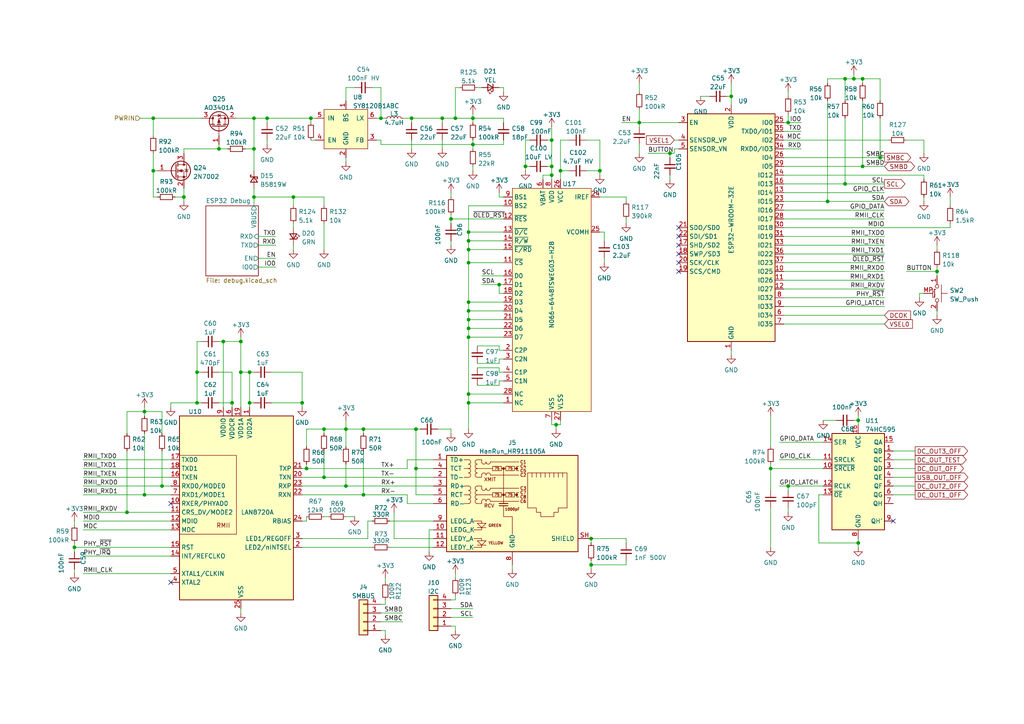
<source format=kicad_sch>
(kicad_sch (version 20211123) (generator eeschema)
  (paper "A4")
  (junction (at 152.4 48.26))
  (junction (at 93.98 138.43))
  (junction (at 77.47 34.29))
  (junction (at 160.02 48.26))
  (junction (at 21.59 158.75))
  (junction (at 161.29 123.19))
  (junction (at 69.85 107.95))
  (junction (at 105.41 143.51))
  (junction (at 223.52 135.89))
  (junction (at 90.17 34.29))
  (junction (at 144.78 82.55))
  (junction (at 110.49 34.29))
  (junction (at 44.45 49.53))
  (junction (at 36.83 148.59))
  (junction (at 171.45 156.21))
  (junction (at 248.92 157.48))
  (junction (at 250.19 22.86))
  (junction (at 250.19 48.26))
  (junction (at 128.27 34.29))
  (junction (at 93.98 124.46))
  (junction (at 135.89 92.71))
  (junction (at 105.41 124.46))
  (junction (at 245.11 22.86))
  (junction (at 137.16 41.91))
  (junction (at 41.91 119.38))
  (junction (at 271.78 78.74))
  (junction (at 135.89 90.17))
  (junction (at 135.89 69.85))
  (junction (at 135.89 67.31))
  (junction (at 135.89 114.3))
  (junction (at 72.39 107.95))
  (junction (at 137.16 34.29))
  (junction (at 57.15 116.84))
  (junction (at 160.02 40.64))
  (junction (at 87.63 116.84))
  (junction (at 73.66 57.15))
  (junction (at 67.31 116.84))
  (junction (at 240.03 58.42))
  (junction (at 53.34 57.15))
  (junction (at 73.66 43.18))
  (junction (at 135.89 116.84))
  (junction (at 135.89 76.2))
  (junction (at 228.6 140.97))
  (junction (at 85.09 57.15))
  (junction (at 120.65 124.46))
  (junction (at 132.08 34.29))
  (junction (at 135.89 95.25))
  (junction (at 57.15 107.95))
  (junction (at 100.33 140.97))
  (junction (at 130.81 63.5))
  (junction (at 63.5 43.18))
  (junction (at 73.66 34.29))
  (junction (at 194.31 44.45))
  (junction (at 135.89 87.63))
  (junction (at 69.85 99.06))
  (junction (at 135.89 72.39))
  (junction (at 64.77 99.06))
  (junction (at 247.65 22.86))
  (junction (at 185.42 35.56))
  (junction (at 212.09 27.94))
  (junction (at 135.89 97.79))
  (junction (at 72.39 116.84))
  (junction (at 46.99 140.97))
  (junction (at 120.65 135.89))
  (junction (at 162.56 49.53))
  (junction (at 41.91 143.51))
  (junction (at 44.45 34.29))
  (junction (at 160.02 50.8))
  (junction (at 171.45 163.83))
  (junction (at 228.6 35.56))
  (junction (at 255.27 45.72))
  (junction (at 248.92 121.92))
  (junction (at 100.33 124.46))
  (junction (at 173.99 49.53))
  (junction (at 245.11 53.34))
  (junction (at 88.9 135.89))
  (junction (at 119.38 34.29))
  (no_connect (at 196.85 76.2))
  (no_connect (at 259.08 151.13))
  (no_connect (at 49.53 168.91))
  (no_connect (at 49.53 146.05))
  (no_connect (at 196.85 66.04))
  (no_connect (at 196.85 68.58))
  (no_connect (at 196.85 78.74))
  (no_connect (at 196.85 71.12))
  (no_connect (at 196.85 73.66))
  (wire (pts (xy 69.85 97.79) (xy 69.85 99.06)))
  (wire (pts (xy 130.81 62.23) (xy 130.81 63.5)))
  (wire (pts (xy 161.29 123.19) (xy 162.56 123.19)))
  (wire (pts (xy 227.33 55.88) (xy 256.54 55.88)))
  (wire (pts (xy 157.48 50.8) (xy 157.48 52.07)))
  (wire (pts (xy 175.26 74.93) (xy 175.26 76.2)))
  (wire (pts (xy 100.33 149.86) (xy 102.87 149.86)))
  (wire (pts (xy 144.78 100.33) (xy 144.78 101.6)))
  (wire (pts (xy 135.89 67.31) (xy 135.89 69.85)))
  (wire (pts (xy 195.58 43.18) (xy 196.85 43.18)))
  (wire (pts (xy 63.5 43.18) (xy 66.04 43.18)))
  (wire (pts (xy 132.08 181.61) (xy 130.81 181.61)))
  (wire (pts (xy 245.11 22.86) (xy 247.65 22.86)))
  (wire (pts (xy 144.78 107.95) (xy 146.05 107.95)))
  (wire (pts (xy 130.81 179.07) (xy 137.16 179.07)))
  (wire (pts (xy 181.61 63.5) (xy 181.61 64.77)))
  (wire (pts (xy 113.03 151.13) (xy 125.73 151.13)))
  (wire (pts (xy 152.4 40.64) (xy 152.4 48.26)))
  (wire (pts (xy 100.33 121.92) (xy 100.33 124.46)))
  (wire (pts (xy 24.13 140.97) (xy 46.99 140.97)))
  (wire (pts (xy 21.59 165.1) (xy 21.59 166.37)))
  (wire (pts (xy 228.6 140.97) (xy 238.76 140.97)))
  (wire (pts (xy 181.61 157.48) (xy 181.61 156.21)))
  (wire (pts (xy 227.33 50.8) (xy 267.97 50.8)))
  (wire (pts (xy 63.5 41.91) (xy 63.5 43.18)))
  (wire (pts (xy 144.78 106.68) (xy 144.78 107.95)))
  (wire (pts (xy 78.74 107.95) (xy 87.63 107.95)))
  (wire (pts (xy 44.45 49.53) (xy 45.72 49.53)))
  (wire (pts (xy 93.98 64.77) (xy 93.98 72.39)))
  (wire (pts (xy 24.13 135.89) (xy 49.53 135.89)))
  (wire (pts (xy 162.56 40.64) (xy 162.56 49.53)))
  (wire (pts (xy 227.33 58.42) (xy 240.03 58.42)))
  (wire (pts (xy 153.67 40.64) (xy 152.4 40.64)))
  (wire (pts (xy 21.59 158.75) (xy 21.59 160.02)))
  (wire (pts (xy 240.03 24.13) (xy 240.03 22.86)))
  (wire (pts (xy 74.93 77.47) (xy 80.01 77.47)))
  (wire (pts (xy 45.72 57.15) (xy 44.45 57.15)))
  (wire (pts (xy 90.17 40.64) (xy 91.44 40.64)))
  (wire (pts (xy 245.11 22.86) (xy 245.11 29.21)))
  (wire (pts (xy 128.27 34.29) (xy 128.27 35.56)))
  (wire (pts (xy 53.34 43.18) (xy 63.5 43.18)))
  (wire (pts (xy 105.41 124.46) (xy 120.65 124.46)))
  (wire (pts (xy 228.6 140.97) (xy 228.6 142.24)))
  (wire (pts (xy 144.78 57.15) (xy 146.05 57.15)))
  (wire (pts (xy 275.59 57.15) (xy 275.59 59.69)))
  (wire (pts (xy 195.58 40.64) (xy 196.85 40.64)))
  (wire (pts (xy 130.81 69.85) (xy 130.81 71.12)))
  (wire (pts (xy 87.63 138.43) (xy 93.98 138.43)))
  (wire (pts (xy 226.06 140.97) (xy 228.6 140.97)))
  (wire (pts (xy 227.33 40.64) (xy 257.81 40.64)))
  (wire (pts (xy 271.78 78.74) (xy 271.78 80.01)))
  (wire (pts (xy 248.92 157.48) (xy 237.49 157.48)))
  (wire (pts (xy 130.81 55.88) (xy 130.81 57.15)))
  (wire (pts (xy 132.08 166.37) (xy 132.08 167.64)))
  (wire (pts (xy 24.13 138.43) (xy 49.53 138.43)))
  (wire (pts (xy 106.68 151.13) (xy 107.95 151.13)))
  (wire (pts (xy 93.98 138.43) (xy 93.98 130.81)))
  (wire (pts (xy 173.99 50.8) (xy 173.99 49.53)))
  (wire (pts (xy 161.29 124.46) (xy 161.29 123.19)))
  (wire (pts (xy 24.13 151.13) (xy 49.53 151.13)))
  (wire (pts (xy 130.81 176.53) (xy 137.16 176.53)))
  (wire (pts (xy 118.11 133.35) (xy 118.11 135.89)))
  (wire (pts (xy 124.46 160.02) (xy 124.46 153.67)))
  (wire (pts (xy 85.09 57.15) (xy 73.66 57.15)))
  (wire (pts (xy 100.33 124.46) (xy 93.98 124.46)))
  (wire (pts (xy 36.83 148.59) (xy 49.53 148.59)))
  (wire (pts (xy 111.76 175.26) (xy 111.76 173.99)))
  (wire (pts (xy 227.33 73.66) (xy 256.54 73.66)))
  (wire (pts (xy 138.43 106.68) (xy 144.78 106.68)))
  (wire (pts (xy 67.31 116.84) (xy 63.5 116.84)))
  (wire (pts (xy 73.66 54.61) (xy 73.66 57.15)))
  (wire (pts (xy 100.33 140.97) (xy 125.73 140.97)))
  (wire (pts (xy 41.91 125.73) (xy 41.91 143.51)))
  (wire (pts (xy 21.59 157.48) (xy 21.59 158.75)))
  (wire (pts (xy 135.89 69.85) (xy 135.89 72.39)))
  (wire (pts (xy 248.92 156.21) (xy 248.92 157.48)))
  (wire (pts (xy 248.92 120.65) (xy 248.92 121.92)))
  (wire (pts (xy 248.92 121.92) (xy 248.92 123.19)))
  (wire (pts (xy 53.34 57.15) (xy 53.34 58.42)))
  (wire (pts (xy 162.56 49.53) (xy 162.56 52.07)))
  (wire (pts (xy 135.89 92.71) (xy 135.89 95.25)))
  (wire (pts (xy 137.16 34.29) (xy 146.05 34.29)))
  (wire (pts (xy 24.13 161.29) (xy 49.53 161.29)))
  (wire (pts (xy 210.82 27.94) (xy 212.09 27.94)))
  (wire (pts (xy 259.08 133.35) (xy 265.43 133.35)))
  (wire (pts (xy 85.09 57.15) (xy 93.98 57.15)))
  (wire (pts (xy 44.45 34.29) (xy 58.42 34.29)))
  (wire (pts (xy 110.49 177.8) (xy 116.84 177.8)))
  (wire (pts (xy 64.77 118.11) (xy 64.77 99.06)))
  (wire (pts (xy 135.89 95.25) (xy 146.05 95.25)))
  (wire (pts (xy 44.45 34.29) (xy 44.45 39.37)))
  (wire (pts (xy 259.08 130.81) (xy 265.43 130.81)))
  (wire (pts (xy 36.83 130.81) (xy 36.83 148.59)))
  (wire (pts (xy 87.63 116.84) (xy 78.74 116.84)))
  (wire (pts (xy 135.89 116.84) (xy 135.89 124.46)))
  (wire (pts (xy 100.33 45.72) (xy 100.33 46.99)))
  (wire (pts (xy 160.02 48.26) (xy 160.02 50.8)))
  (wire (pts (xy 267.97 40.64) (xy 262.89 40.64)))
  (wire (pts (xy 74.93 74.93) (xy 80.01 74.93)))
  (wire (pts (xy 144.78 25.4) (xy 146.05 25.4)))
  (wire (pts (xy 88.9 135.89) (xy 88.9 134.62)))
  (wire (pts (xy 245.11 53.34) (xy 256.54 53.34)))
  (wire (pts (xy 132.08 25.4) (xy 132.08 34.29)))
  (wire (pts (xy 87.63 151.13) (xy 88.9 151.13)))
  (wire (pts (xy 120.65 124.46) (xy 120.65 135.89)))
  (wire (pts (xy 41.91 119.38) (xy 46.99 119.38)))
  (wire (pts (xy 41.91 118.11) (xy 41.91 119.38)))
  (wire (pts (xy 160.02 50.8) (xy 160.02 52.07)))
  (wire (pts (xy 72.39 107.95) (xy 72.39 116.84)))
  (wire (pts (xy 100.33 124.46) (xy 100.33 129.54)))
  (wire (pts (xy 138.43 100.33) (xy 144.78 100.33)))
  (wire (pts (xy 194.31 44.45) (xy 195.58 44.45)))
  (wire (pts (xy 88.9 135.89) (xy 118.11 135.89)))
  (wire (pts (xy 146.05 25.4) (xy 146.05 26.67)))
  (wire (pts (xy 227.33 53.34) (xy 245.11 53.34)))
  (wire (pts (xy 212.09 101.6) (xy 212.09 102.87)))
  (wire (pts (xy 46.99 140.97) (xy 49.53 140.97)))
  (wire (pts (xy 255.27 22.86) (xy 255.27 29.21)))
  (wire (pts (xy 185.42 41.91) (xy 185.42 44.45)))
  (wire (pts (xy 228.6 147.32) (xy 228.6 148.59)))
  (wire (pts (xy 185.42 35.56) (xy 185.42 36.83)))
  (wire (pts (xy 259.08 135.89) (xy 265.43 135.89)))
  (wire (pts (xy 237.49 157.48) (xy 237.49 143.51)))
  (wire (pts (xy 165.1 49.53) (xy 162.56 49.53)))
  (wire (pts (xy 144.78 111.76) (xy 144.78 110.49)))
  (wire (pts (xy 185.42 24.13) (xy 185.42 26.67)))
  (wire (pts (xy 170.18 40.64) (xy 173.99 40.64)))
  (wire (pts (xy 271.78 71.12) (xy 271.78 72.39)))
  (wire (pts (xy 132.08 34.29) (xy 137.16 34.29)))
  (wire (pts (xy 146.05 41.91) (xy 146.05 40.64)))
  (wire (pts (xy 227.33 60.96) (xy 256.54 60.96)))
  (wire (pts (xy 113.03 158.75) (xy 125.73 158.75)))
  (wire (pts (xy 259.08 138.43) (xy 265.43 138.43)))
  (wire (pts (xy 227.33 66.04) (xy 275.59 66.04)))
  (wire (pts (xy 227.33 88.9) (xy 256.54 88.9)))
  (wire (pts (xy 111.76 182.88) (xy 110.49 182.88)))
  (wire (pts (xy 237.49 143.51) (xy 238.76 143.51)))
  (wire (pts (xy 240.03 22.86) (xy 245.11 22.86)))
  (wire (pts (xy 135.89 76.2) (xy 135.89 87.63)))
  (wire (pts (xy 120.65 135.89) (xy 120.65 143.51)))
  (wire (pts (xy 266.7 85.09) (xy 267.97 85.09)))
  (wire (pts (xy 110.49 180.34) (xy 116.84 180.34)))
  (wire (pts (xy 165.1 40.64) (xy 162.56 40.64)))
  (wire (pts (xy 138.43 111.76) (xy 144.78 111.76)))
  (wire (pts (xy 171.45 163.83) (xy 181.61 163.83)))
  (wire (pts (xy 135.89 69.85) (xy 146.05 69.85)))
  (wire (pts (xy 175.26 67.31) (xy 175.26 69.85)))
  (wire (pts (xy 119.38 34.29) (xy 128.27 34.29)))
  (wire (pts (xy 125.73 133.35) (xy 118.11 133.35)))
  (wire (pts (xy 46.99 119.38) (xy 46.99 125.73)))
  (wire (pts (xy 250.19 48.26) (xy 256.54 48.26)))
  (wire (pts (xy 111.76 184.15) (xy 111.76 182.88)))
  (wire (pts (xy 128.27 40.64) (xy 128.27 43.18)))
  (wire (pts (xy 53.34 43.18) (xy 53.34 44.45)))
  (wire (pts (xy 130.81 63.5) (xy 130.81 64.77)))
  (wire (pts (xy 144.78 85.09) (xy 144.78 82.55)))
  (wire (pts (xy 24.13 143.51) (xy 41.91 143.51)))
  (wire (pts (xy 135.89 90.17) (xy 146.05 90.17)))
  (wire (pts (xy 41.91 119.38) (xy 41.91 120.65)))
  (wire (pts (xy 93.98 149.86) (xy 95.25 149.86)))
  (wire (pts (xy 58.42 99.06) (xy 57.15 99.06)))
  (wire (pts (xy 271.78 77.47) (xy 271.78 78.74)))
  (wire (pts (xy 146.05 63.5) (xy 130.81 63.5)))
  (wire (pts (xy 144.78 105.41) (xy 144.78 104.14)))
  (wire (pts (xy 250.19 22.86) (xy 255.27 22.86)))
  (wire (pts (xy 245.11 34.29) (xy 245.11 53.34)))
  (wire (pts (xy 135.89 97.79) (xy 135.89 114.3)))
  (wire (pts (xy 110.49 40.64) (xy 110.49 41.91)))
  (wire (pts (xy 135.89 87.63) (xy 146.05 87.63)))
  (wire (pts (xy 173.99 49.53) (xy 170.18 49.53)))
  (wire (pts (xy 146.05 85.09) (xy 144.78 85.09)))
  (wire (pts (xy 120.65 124.46) (xy 121.92 124.46)))
  (wire (pts (xy 24.13 153.67) (xy 49.53 153.67)))
  (wire (pts (xy 93.98 124.46) (xy 93.98 125.73)))
  (wire (pts (xy 160.02 36.83) (xy 160.02 40.64)))
  (wire (pts (xy 227.33 38.1) (xy 232.41 38.1)))
  (wire (pts (xy 85.09 64.77) (xy 85.09 66.04)))
  (wire (pts (xy 158.75 40.64) (xy 160.02 40.64)))
  (wire (pts (xy 247.65 121.92) (xy 248.92 121.92)))
  (wire (pts (xy 36.83 119.38) (xy 41.91 119.38)))
  (wire (pts (xy 74.93 71.12) (xy 80.01 71.12)))
  (wire (pts (xy 137.16 34.29) (xy 137.16 35.56)))
  (wire (pts (xy 67.31 116.84) (xy 67.31 107.95)))
  (wire (pts (xy 105.41 143.51) (xy 105.41 130.81)))
  (wire (pts (xy 100.33 25.4) (xy 102.87 25.4)))
  (wire (pts (xy 158.75 48.26) (xy 160.02 48.26)))
  (wire (pts (xy 181.61 156.21) (xy 171.45 156.21)))
  (wire (pts (xy 44.45 57.15) (xy 44.45 49.53)))
  (wire (pts (xy 127 124.46) (xy 130.81 124.46)))
  (wire (pts (xy 195.58 43.18) (xy 195.58 44.45)))
  (wire (pts (xy 111.76 167.64) (xy 111.76 168.91)))
  (wire (pts (xy 135.89 87.63) (xy 135.89 90.17)))
  (wire (pts (xy 124.46 153.67) (xy 125.73 153.67)))
  (wire (pts (xy 152.4 48.26) (xy 153.67 48.26)))
  (wire (pts (xy 24.13 148.59) (xy 36.83 148.59)))
  (wire (pts (xy 87.63 156.21) (xy 106.68 156.21)))
  (wire (pts (xy 100.33 140.97) (xy 100.33 134.62)))
  (wire (pts (xy 107.95 25.4) (xy 110.49 25.4)))
  (wire (pts (xy 161.29 123.19) (xy 160.02 123.19)))
  (wire (pts (xy 135.89 72.39) (xy 146.05 72.39)))
  (wire (pts (xy 77.47 40.64) (xy 77.47 41.91)))
  (wire (pts (xy 119.38 34.29) (xy 119.38 35.56)))
  (wire (pts (xy 267.97 44.45) (xy 267.97 40.64)))
  (wire (pts (xy 194.31 50.8) (xy 194.31 52.07)))
  (wire (pts (xy 255.27 34.29) (xy 255.27 45.72)))
  (wire (pts (xy 73.66 116.84) (xy 72.39 116.84)))
  (wire (pts (xy 77.47 34.29) (xy 90.17 34.29)))
  (wire (pts (xy 144.78 55.88) (xy 144.78 57.15)))
  (wire (pts (xy 125.73 135.89) (xy 120.65 135.89)))
  (wire (pts (xy 73.66 57.15) (xy 73.66 59.69)))
  (wire (pts (xy 266.7 86.36) (xy 266.7 85.09)))
  (wire (pts (xy 226.06 128.27) (xy 238.76 128.27)))
  (wire (pts (xy 57.15 116.84) (xy 58.42 116.84)))
  (wire (pts (xy 181.61 57.15) (xy 181.61 58.42)))
  (wire (pts (xy 114.3 156.21) (xy 114.3 148.59)))
  (wire (pts (xy 21.59 151.13) (xy 21.59 152.4)))
  (wire (pts (xy 85.09 59.69) (xy 85.09 57.15)))
  (wire (pts (xy 227.33 76.2) (xy 256.54 76.2)))
  (wire (pts (xy 110.49 34.29) (xy 110.49 25.4)))
  (wire (pts (xy 171.45 156.21) (xy 171.45 157.48)))
  (wire (pts (xy 67.31 118.11) (xy 67.31 116.84)))
  (wire (pts (xy 275.59 64.77) (xy 275.59 66.04)))
  (wire (pts (xy 148.59 163.83) (xy 148.59 165.1)))
  (wire (pts (xy 135.89 67.31) (xy 146.05 67.31)))
  (wire (pts (xy 116.84 34.29) (xy 119.38 34.29)))
  (wire (pts (xy 46.99 130.81) (xy 46.99 140.97)))
  (wire (pts (xy 72.39 107.95) (xy 69.85 107.95)))
  (wire (pts (xy 72.39 116.84) (xy 72.39 118.11)))
  (wire (pts (xy 227.33 86.36) (xy 256.54 86.36)))
  (wire (pts (xy 250.19 22.86) (xy 250.19 24.13)))
  (wire (pts (xy 212.09 27.94) (xy 212.09 30.48)))
  (wire (pts (xy 227.33 81.28) (xy 256.54 81.28)))
  (wire (pts (xy 138.43 105.41) (xy 144.78 105.41)))
  (wire (pts (xy 36.83 125.73) (xy 36.83 119.38)))
  (wire (pts (xy 227.33 78.74) (xy 256.54 78.74)))
  (wire (pts (xy 120.65 143.51) (xy 125.73 143.51)))
  (wire (pts (xy 41.91 143.51) (xy 49.53 143.51)))
  (wire (pts (xy 135.89 90.17) (xy 135.89 92.71)))
  (wire (pts (xy 250.19 29.21) (xy 250.19 48.26)))
  (wire (pts (xy 44.45 44.45) (xy 44.45 49.53)))
  (wire (pts (xy 135.89 114.3) (xy 135.89 116.84)))
  (wire (pts (xy 130.81 173.99) (xy 132.08 173.99)))
  (wire (pts (xy 118.11 146.05) (xy 118.11 143.51)))
  (wire (pts (xy 160.02 50.8) (xy 157.48 50.8)))
  (wire (pts (xy 267.97 50.8) (xy 267.97 52.07)))
  (wire (pts (xy 160.02 121.92) (xy 160.02 123.19)))
  (wire (pts (xy 171.45 163.83) (xy 171.45 165.1)))
  (wire (pts (xy 50.8 57.15) (xy 53.34 57.15)))
  (wire (pts (xy 73.66 43.18) (xy 73.66 49.53)))
  (wire (pts (xy 135.89 72.39) (xy 135.89 76.2)))
  (wire (pts (xy 137.16 33.02) (xy 137.16 34.29)))
  (wire (pts (xy 173.99 67.31) (xy 175.26 67.31)))
  (wire (pts (xy 53.34 54.61) (xy 53.34 57.15)))
  (wire (pts (xy 227.33 45.72) (xy 255.27 45.72)))
  (wire (pts (xy 223.52 135.89) (xy 223.52 142.24)))
  (wire (pts (xy 247.65 21.59) (xy 247.65 22.86)))
  (wire (pts (xy 74.93 68.58) (xy 80.01 68.58)))
  (wire (pts (xy 187.96 44.45) (xy 194.31 44.45)))
  (wire (pts (xy 100.33 29.21) (xy 100.33 25.4)))
  (wire (pts (xy 203.2 27.94) (xy 205.74 27.94)))
  (wire (pts (xy 93.98 138.43) (xy 125.73 138.43)))
  (wire (pts (xy 133.35 25.4) (xy 132.08 25.4)))
  (wire (pts (xy 87.63 135.89) (xy 88.9 135.89)))
  (wire (pts (xy 144.78 110.49) (xy 146.05 110.49)))
  (wire (pts (xy 73.66 34.29) (xy 73.66 43.18)))
  (wire (pts (xy 185.42 31.75) (xy 185.42 35.56)))
  (wire (pts (xy 212.09 24.13) (xy 212.09 27.94)))
  (wire (pts (xy 85.09 71.12) (xy 85.09 72.39)))
  (wire (pts (xy 73.66 107.95) (xy 72.39 107.95)))
  (wire (pts (xy 173.99 40.64) (xy 173.99 49.53)))
  (wire (pts (xy 223.52 135.89) (xy 238.76 135.89)))
  (wire (pts (xy 240.03 29.21) (xy 240.03 58.42)))
  (wire (pts (xy 91.44 34.29) (xy 90.17 34.29)))
  (wire (pts (xy 87.63 143.51) (xy 105.41 143.51)))
  (wire (pts (xy 24.13 166.37) (xy 49.53 166.37)))
  (wire (pts (xy 110.49 41.91) (xy 137.16 41.91)))
  (wire (pts (xy 152.4 48.26) (xy 152.4 49.53)))
  (wire (pts (xy 87.63 116.84) (xy 87.63 118.11)))
  (wire (pts (xy 93.98 124.46) (xy 88.9 124.46)))
  (wire (pts (xy 88.9 149.86) (xy 88.9 151.13)))
  (wire (pts (xy 125.73 146.05) (xy 118.11 146.05)))
  (wire (pts (xy 144.78 104.14) (xy 146.05 104.14)))
  (wire (pts (xy 139.7 80.01) (xy 146.05 80.01)))
  (wire (pts (xy 24.13 133.35) (xy 49.53 133.35)))
  (wire (pts (xy 227.33 48.26) (xy 250.19 48.26)))
  (wire (pts (xy 93.98 57.15) (xy 93.98 59.69)))
  (wire (pts (xy 228.6 35.56) (xy 227.33 35.56)))
  (wire (pts (xy 227.33 63.5) (xy 256.54 63.5)))
  (wire (pts (xy 73.66 34.29) (xy 77.47 34.29)))
  (wire (pts (xy 227.33 43.18) (xy 232.41 43.18)))
  (wire (pts (xy 137.16 48.26) (xy 137.16 49.53)))
  (wire (pts (xy 57.15 107.95) (xy 58.42 107.95)))
  (wire (pts (xy 139.7 82.55) (xy 144.78 82.55)))
  (wire (pts (xy 259.08 140.97) (xy 265.43 140.97)))
  (wire (pts (xy 227.33 71.12) (xy 256.54 71.12)))
  (wire (pts (xy 87.63 140.97) (xy 100.33 140.97)))
  (wire (pts (xy 135.89 59.69) (xy 146.05 59.69)))
  (wire (pts (xy 57.15 107.95) (xy 57.15 116.84)))
  (wire (pts (xy 110.49 34.29) (xy 111.76 34.29)))
  (wire (pts (xy 255.27 45.72) (xy 256.54 45.72)))
  (wire (pts (xy 135.89 59.69) (xy 135.89 67.31)))
  (wire (pts (xy 146.05 34.29) (xy 146.05 35.56)))
  (wire (pts (xy 181.61 163.83) (xy 181.61 162.56)))
  (wire (pts (xy 240.03 58.42) (xy 256.54 58.42)))
  (wire (pts (xy 138.43 25.4) (xy 139.7 25.4)))
  (wire (pts (xy 69.85 176.53) (xy 69.85 177.8)))
  (wire (pts (xy 223.52 147.32) (xy 223.52 158.75)))
  (wire (pts (xy 137.16 41.91) (xy 137.16 43.18)))
  (wire (pts (xy 88.9 124.46) (xy 88.9 129.54)))
  (wire (pts (xy 67.31 107.95) (xy 63.5 107.95)))
  (wire (pts (xy 227.33 83.82) (xy 256.54 83.82)))
  (wire (pts (xy 135.89 92.71) (xy 146.05 92.71)))
  (wire (pts (xy 228.6 26.67) (xy 228.6 27.94)))
  (wire (pts (xy 227.33 91.44) (xy 256.54 91.44)))
  (wire (pts (xy 135.89 114.3) (xy 146.05 114.3)))
  (wire (pts (xy 173.99 57.15) (xy 181.61 57.15)))
  (wire (pts (xy 171.45 162.56) (xy 171.45 163.83)))
  (wire (pts (xy 68.58 34.29) (xy 73.66 34.29)))
  (wire (pts (xy 49.53 116.84) (xy 49.53 118.11)))
  (wire (pts (xy 21.59 158.75) (xy 49.53 158.75)))
  (wire (pts (xy 135.89 95.25) (xy 135.89 97.79)))
  (wire (pts (xy 223.52 135.89) (xy 223.52 134.62)))
  (wire (pts (xy 106.68 151.13) (xy 106.68 156.21)))
  (wire (pts (xy 57.15 99.06) (xy 57.15 107.95)))
  (wire (pts (xy 69.85 99.06) (xy 64.77 99.06)))
  (wire (pts (xy 69.85 107.95) (xy 69.85 118.11)))
  (wire (pts (xy 105.41 143.51) (xy 118.11 143.51)))
  (wire (pts (xy 135.89 97.79) (xy 146.05 97.79)))
  (wire (pts (xy 132.08 182.88) (xy 132.08 181.61)))
  (wire (pts (xy 137.16 41.91) (xy 146.05 41.91)))
  (wire (pts (xy 267.97 57.15) (xy 267.97 58.42)))
  (wire (pts (xy 238.76 121.92) (xy 242.57 121.92)))
  (wire (pts (xy 132.08 173.99) (xy 132.08 172.72)))
  (wire (pts (xy 110.49 175.26) (xy 111.76 175.26)))
  (wire (pts (xy 262.89 78.74) (xy 271.78 78.74)))
  (wire (pts (xy 223.52 120.65) (xy 223.52 129.54)))
  (wire (pts (xy 64.77 99.06) (xy 63.5 99.06)))
  (wire (pts (xy 162.56 121.92) (xy 162.56 123.19)))
  (wire (pts (xy 109.22 40.64) (xy 110.49 40.64)))
  (wire (pts (xy 128.27 34.29) (xy 132.08 34.29)))
  (wire (pts (xy 119.38 40.64) (xy 119.38 43.18)))
  (wire (pts (xy 135.89 76.2) (xy 146.05 76.2)))
  (wire (pts (xy 109.22 34.29) (xy 110.49 34.29)))
  (wire (pts (xy 40.64 34.29) (xy 44.45 34.29)))
  (wire (pts (xy 227.33 93.98) (xy 256.54 93.98)))
  (wire (pts (xy 144.78 82.55) (xy 146.05 82.55)))
  (wire (pts (xy 77.47 34.29) (xy 77.47 35.56)))
  (wire (pts (xy 259.08 143.51) (xy 265.43 143.51)))
  (wire (pts (xy 49.53 116.84) (xy 57.15 116.84)))
  (wire (pts (xy 87.63 107.95) (xy 87.63 116.84)))
  (wire (pts (xy 228.6 33.02) (xy 228.6 35.56)))
  (wire (pts (xy 271.78 90.17) (xy 271.78 91.44)))
  (wire (pts (xy 69.85 107.95) (xy 69.85 99.06)))
  (wire (pts (xy 144.78 101.6) (xy 146.05 101.6)))
  (wire (pts (xy 227.33 68.58) (xy 256.54 68.58)))
  (wire (pts (xy 105.41 124.46) (xy 100.33 124.46)))
  (wire (pts (xy 185.42 35.56) (xy 196.85 35.56)))
  (wire (pts (xy 130.81 124.46) (xy 130.81 125.73)))
  (wire (pts (xy 87.63 158.75) (xy 107.95 158.75)))
  (wire (pts (xy 228.6 35.56) (xy 232.41 35.56)))
  (wire (pts (xy 226.06 133.35) (xy 238.76 133.35)))
  (wire (pts (xy 137.16 40.64) (xy 137.16 41.91)))
  (wire (pts (xy 248.92 157.48) (xy 248.92 158.75)))
  (wire (pts (xy 135.89 116.84) (xy 146.05 116.84)))
  (wire (pts (xy 71.12 43.18) (xy 73.66 43.18)))
  (wire (pts (xy 194.31 44.45) (xy 194.31 45.72)))
  (wire (pts (xy 105.41 124.46) (xy 105.41 125.73)))
  (wire (pts (xy 90.17 34.29) (xy 90.17 35.56)))
  (wire (pts (xy 125.73 156.21) (xy 114.3 156.21)))
  (wire (pts (xy 247.65 22.86) (xy 250.19 22.86)))
  (wire (pts (xy 180.34 35.56) (xy 185.42 35.56)))
  (wire (pts (xy 160.02 40.64) (xy 160.02 48.26)))
  (label "~{OLED_RST}" (at 137.16 63.5 0))
  (label "GPIO_LATCH" (at 256.54 88.9 180))
  (label "IO0" (at 80.01 77.47 180))
  (label "RX-" (at 110.49 143.51 0))
  (label "TX+" (at 110.49 135.89 0))
  (label "SMBC" (at 256.54 45.72 180))
  (label "EN" (at 180.34 35.56 0))
  (label "SCL" (at 137.16 179.07 180))
  (label "RX+" (at 110.49 140.97 0))
  (label "RXD" (at 80.01 71.12 180))
  (label "BUTTON" (at 262.89 78.74 0))
  (label "PHY_~{RST}" (at 256.54 86.36 180))
  (label "SDA" (at 137.16 176.53 180))
  (label "PHY_~{RST}" (at 24.13 158.75 0))
  (label "RMII_RXD1" (at 24.13 143.51 0))
  (label "RMII_RXD0" (at 256.54 78.74 180))
  (label "GPIO_LATCH" (at 226.06 140.97 0))
  (label "SCL" (at 139.7 80.01 0))
  (label "~{OLED_RST}" (at 256.54 76.2 180))
  (label "RMII_CLK" (at 256.54 63.5 180))
  (label "RMII_RXDV" (at 24.13 148.59 0))
  (label "RMII_TXD1" (at 24.13 135.89 0))
  (label "TXD" (at 80.01 68.58 180))
  (label "TXD" (at 232.41 38.1 180))
  (label "GPIO_DATA" (at 256.54 60.96 180))
  (label "RMII_TXD0" (at 24.13 133.35 0))
  (label "GPIO_CLK" (at 226.06 133.35 0))
  (label "EN" (at 80.01 74.93 180))
  (label "RMII_RXDV" (at 256.54 83.82 180))
  (label "RMII_RXD0" (at 24.13 140.97 0))
  (label "RMII_TXEN" (at 24.13 138.43 0))
  (label "RMII_TXD1" (at 256.54 73.66 180))
  (label "MDIO" (at 256.54 66.04 180))
  (label "TX-" (at 110.49 138.43 0))
  (label "IO0" (at 232.41 35.56 180))
  (label "SMBC" (at 116.84 180.34 180))
  (label "MDC" (at 232.41 40.64 180))
  (label "SMBD" (at 116.84 177.8 180))
  (label "RMII_TXD0" (at 256.54 68.58 180))
  (label "RMII_TXEN" (at 256.54 71.12 180))
  (label "GPIO_CLK" (at 256.54 55.88 180))
  (label "RMII_CLK" (at 24.13 166.37 0))
  (label "GPIO_DATA" (at 226.06 128.27 0))
  (label "BUTTON" (at 187.96 44.45 0))
  (label "SMBD" (at 256.54 48.26 180))
  (label "MDIO" (at 24.13 151.13 0))
  (label "RMII_RXD1" (at 256.54 81.28 180))
  (label "RXD" (at 232.41 43.18 180))
  (label "PHY_~{IRQ}" (at 24.13 161.29 0))
  (label "SCL" (at 256.54 53.34 180))
  (label "MDC" (at 24.13 153.67 0))
  (label "SDA" (at 139.7 82.55 0))
  (label "SDA" (at 256.54 58.42 180))
  (global_label "DC_OUT3_OFF" (shape output) (at 265.43 130.81 0) (property "Referenzen zwischen Schaltplänen" "${INTERSHEET_REFS}" (effects hide)))
  (global_label "SDA" (shape bidirectional) (at 256.54 58.42 0) (property "Referenzen zwischen Schaltplänen" "${INTERSHEET_REFS}" (effects hide)))
  (global_label "DC_OUT1_OFF" (shape output) (at 265.43 143.51 0) (property "Referenzen zwischen Schaltplänen" "${INTERSHEET_REFS}" (effects hide)))
  (global_label "DC_OUT_TEST" (shape output) (at 265.43 133.35 0) (property "Referenzen zwischen Schaltplänen" "${INTERSHEET_REFS}" (effects hide)))
  (global_label "VSEL0" (shape input) (at 256.54 93.98 0) (property "Referenzen zwischen Schaltplänen" "${INTERSHEET_REFS}" (effects hide)))
  (global_label "DC_OUT_OFF" (shape output) (at 265.43 135.89 0) (property "Referenzen zwischen Schaltplänen" "${INTERSHEET_REFS}" (effects hide)))
  (global_label "USB_OUT_OFF" (shape output) (at 265.43 138.43 0) (property "Referenzen zwischen Schaltplänen" "${INTERSHEET_REFS}" (effects hide)))
  (global_label "SCL" (shape output) (at 256.54 53.34 0) (property "Referenzen zwischen Schaltplänen" "${INTERSHEET_REFS}" (effects hide)))
  (global_label "SMBD" (shape bidirectional) (at 256.54 48.26 0) (property "Referenzen zwischen Schaltplänen" "${INTERSHEET_REFS}" (effects hide)))
  (global_label "SMBC" (shape output) (at 256.54 45.72 0) (property "Referenzen zwischen Schaltplänen" "${INTERSHEET_REFS}" (effects hide)))
  (global_label "VSEL1" (shape input) (at 195.58 40.64 180) (property "Referenzen zwischen Schaltplänen" "${INTERSHEET_REFS}" (effects hide)))
  (global_label "DC_OUT2_OFF" (shape output) (at 265.43 140.97 0) (property "Referenzen zwischen Schaltplänen" "${INTERSHEET_REFS}" (effects hide)))
  (global_label "DCOK" (shape input) (at 256.54 91.44 0) (property "Referenzen zwischen Schaltplänen" "${INTERSHEET_REFS}" (effects hide)))
  (hierarchical_label "PWRIN" (shape input) (at 40.64 34.29 180))
  (symbol (lib_id "power:+3V3") (at 223.52 120.65 0) (unit 1)
    (property "Reference" "#PWR0206" (effects hide))
    (property "Value" "+3V3" (at 223.52 117.0742 0))
  )
  (symbol (lib_id "power:+3V3") (at 248.92 120.65 0) (unit 1)
    (property "Reference" "#PWR0222" (effects hide))
    (property "Value" "+3V3" (at 248.92 117.0742 0))
  )
  (symbol (lib_id "Device:C_Small") (at 21.59 162.56 0) (mirror y) (unit 1)
    (property "Reference" "C59" (at 24.13 163.83 90) (effects (justify left)))
    (property "Value" "100nF" (at 17.78 166.37 90) (effects (justify left)))
    (property "Footprint" "Capacitor_SMD:C_0402_1005Metric" (effects hide))
    (property "LCSC" "C1525" (effects hide))
  )
  (symbol (lib_id "power:GND") (at 124.46 160.02 0) (unit 1)
    (property "Reference" "#PWR0209" (effects hide))
    (property "Value" "GND" (at 124.46 164.4634 0))
  )
  (symbol (lib_id "Display_OLED:N066-6448TSWEG03-H28") (at 160.02 82.55 0) (unit 1)
    (property "Reference" "U17" (at 165.1 53.34 0))
    (property "Value" "N066-6448TSWEG03-H28" (at 160.02 82.55 90))
    (property "Footprint" "Display_OLED:N066-6448TSWEG03-H28" (effects hide))
    (property "Datasheet" "https://datasheet.lcsc.com/lcsc/2109031030_Shenzhen-Allvision-Tech-N066-6448TSWEG03-H28_C2890608.pdf" (effects hide))
    (property "LCSC" "C2890608" (effects hide))
  )
  (symbol (lib_id "power:+3V3") (at 100.33 121.92 0) (unit 1)
    (property "Reference" "#PWR0217" (effects hide))
    (property "Value" "+3V3" (at 100.33 118.3442 0))
  )
  (symbol (lib_id "Connector_Generic:Conn_01x04") (at 105.41 180.34 180) (unit 1) (in_bom no)
    (property "Reference" "J4" (at 105.41 170.2902 0))
    (property "Value" "SMBUS" (at 105.41 172.8271 0))
    (property "Footprint" "Connector_PinHeader_2.54mm:PinHeader_1x04_P2.54mm_Vertical" (effects hide))
  )
  (symbol (lib_id "Device:R_Small") (at 110.49 151.13 270) (unit 1)
    (property "Reference" "R72" (at 110.49 147.32 90))
    (property "Value" "330R" (at 110.49 149.2305 90))
    (property "Footprint" "Resistor_SMD:R_0402_1005Metric" (effects hide))
    (property "LCSC" "C25104" (effects hide))
  )
  (symbol (lib_id "power:GND") (at 152.4 49.53 0) (unit 1)
    (property "Reference" "#PWR0294" (effects hide))
    (property "Value" "GND" (at 152.4 53.9734 0))
  )
  (symbol (lib_id "power:GND") (at 266.7 86.36 0) (unit 1)
    (property "Reference" "#PWR0299" (effects hide))
    (property "Value" "GND" (at 266.7 90.8034 0))
  )
  (symbol (lib_id "power:GND") (at 185.42 44.45 0) (unit 1)
    (property "Reference" "#PWR0192" (effects hide))
    (property "Value" "GND" (at 185.42 48.8934 0))
  )
  (symbol (lib_id "power:GND") (at 128.27 43.18 0) (unit 1)
    (property "Reference" "#PWR0203" (effects hide))
    (property "Value" "GND" (at 128.27 47.6234 0))
  )
  (symbol (lib_id "Device:C_Small") (at 167.64 49.53 90) (unit 1)
    (property "Reference" "C102" (at 167.6463 44.2681 90))
    (property "Value" "4.7uF HV" (at 167.6463 46.805 90))
    (property "Footprint" "Capacitor_SMD:C_0603_1608Metric" (effects hide))
    (property "LCSC" "C19666" (effects hide))
  )
  (symbol (lib_id "power:GND") (at 175.26 76.2 0) (unit 1)
    (property "Reference" "#PWR0288" (effects hide))
    (property "Value" "GND" (at 175.26 80.6434 0))
  )
  (symbol (lib_id "Device:R_Small") (at 111.76 171.45 180) (unit 1)
    (property "Reference" "R122" (at 115.57 171.45 90))
    (property "Value" "100R" (at 113.6595 171.45 90))
    (property "Footprint" "Resistor_SMD:R_0402_1005Metric" (effects hide))
    (property "LCSC" "C25076" (effects hide))
  )
  (symbol (lib_id "Device:R_Small") (at 21.59 154.94 0) (mirror x) (unit 1)
    (property "Reference" "R59" (at 20.0915 154.1053 0) (effects (justify right)))
    (property "Value" "100kR" (at 20.0915 156.6422 0) (effects (justify right)))
    (property "Footprint" "Resistor_SMD:R_0402_1005Metric" (effects hide))
    (property "LCSC" "C25741" (effects hide))
  )
  (symbol (lib_id "power:GND") (at 130.81 125.73 0) (unit 1)
    (property "Reference" "#PWR0221" (effects hide))
    (property "Value" "GND" (at 130.81 130.1734 0))
  )
  (symbol (lib_id "Device:C_Small") (at 194.31 48.26 0) (mirror y) (unit 1)
    (property "Reference" "C105" (at 196.85 49.53 90) (effects (justify left)))
    (property "Value" "22nF" (at 190.5 52.07 90) (effects (justify left)))
    (property "Footprint" "Capacitor_SMD:C_0402_1005Metric" (effects hide))
    (property "LCSC" "C1532" (effects hide))
  )
  (symbol (lib_id "power:GND") (at 53.34 58.42 0) (unit 1)
    (property "Reference" "#PWR0259" (effects hide))
    (property "Value" "GND" (at 53.34 62.8634 0))
  )
  (symbol (lib_id "power:GND") (at 102.87 149.86 0) (unit 1)
    (property "Reference" "#PWR0208" (effects hide))
    (property "Value" "GND" (at 102.87 154.3034 0))
  )
  (symbol (lib_id "Device:D_Schottky_Small") (at 73.66 52.07 90) (mirror x) (unit 1)
    (property "Reference" "D15" (at 75.438 50.9813 90) (effects (justify right)))
    (property "Value" "B5819W" (at 75.438 53.5182 90) (effects (justify right)))
    (property "Footprint" "Diode_SMD:D_SOD-123" (effects hide))
    (property "LCSC" "C8598" (effects hide))
  )
  (symbol (lib_id "power:GND") (at 49.53 118.11 0) (unit 1)
    (property "Reference" "#PWR0213" (effects hide))
    (property "Value" "GND" (at 49.53 122.5534 0))
  )
  (symbol (lib_id "Device:C_Small") (at 223.52 144.78 0) (mirror y) (unit 1)
    (property "Reference" "C65" (at 217.17 146.05 90) (effects (justify left)))
    (property "Value" "100nF" (at 219.71 148.59 90) (effects (justify left)))
    (property "Footprint" "Capacitor_SMD:C_0402_1005Metric" (effects hide))
    (property "LCSC" "C1525" (effects hide))
  )
  (symbol (lib_id "Device:R_Small") (at 130.81 59.69 0) (mirror x) (unit 1)
    (property "Reference" "R116" (at 129.3115 58.8553 0) (effects (justify right)))
    (property "Value" "100kR" (at 129.3115 61.3922 0) (effects (justify right)))
    (property "Footprint" "Resistor_SMD:R_0402_1005Metric" (effects hide))
    (property "LCSC" "C25741" (effects hide))
  )
  (symbol (lib_id "power:GND") (at 111.76 184.15 0) (unit 1)
    (property "Reference" "#PWR0308" (effects hide))
    (property "Value" "GND" (at 111.76 188.5934 0))
  )
  (symbol (lib_id "Transistor_FET:AO3401A") (at 63.5 36.83 90) (unit 1)
    (property "Reference" "Q25" (at 63.5 28.6852 90))
    (property "Value" "AO3401A" (at 63.5 31.2221 90))
    (property "Footprint" "Package_TO_SOT_SMD:SOT-23" (effects hide))
    (property "Datasheet" "http://www.aosmd.com/pdfs/datasheet/AO3401A.pdf" (effects hide))
    (property "LCSC" "C15127" (effects hide))
  )
  (symbol (lib_id "Device:C_Small") (at 175.26 72.39 0) (mirror y) (unit 1)
    (property "Reference" "C103" (at 177.5841 71.5616 0) (effects (justify right)))
    (property "Value" "2.2uF" (at 177.5841 74.0985 0) (effects (justify right)))
    (property "Footprint" "Capacitor_SMD:C_0603_1608Metric" (effects hide))
    (property "LCSC" "C23630" (effects hide))
  )
  (symbol (lib_id "Device:R_Small") (at 181.61 60.96 0) (unit 1)
    (property "Reference" "R117" (at 183.1086 60.1253 0) (effects (justify left)))
    (property "Value" "390kR" (at 183.1086 62.6622 0) (effects (justify left)))
    (property "Footprint" "Resistor_SMD:R_0603_1608Metric" (effects hide))
    (property "LCSC" "C23150" (effects hide))
  )
  (symbol (lib_id "Device:R_Small") (at 46.99 128.27 0) (unit 1)
    (property "Reference" "R65" (at 48.4886 127.4353 0) (effects (justify left)))
    (property "Value" "10k" (at 48.4886 129.9722 0) (effects (justify left)))
    (property "Footprint" "Resistor_SMD:R_0402_1005Metric" (effects hide))
    (property "LCSC" "C25744" (effects hide))
  )
  (symbol (lib_id "power:GND") (at 203.2 27.94 0) (unit 1)
    (property "Reference" "#PWR0193" (effects hide))
    (property "Value" "GND" (at 203.2 32.3834 0))
  )
  (symbol (lib_id "Device:R_Small") (at 250.19 26.67 0) (mirror x) (unit 1)
    (property "Reference" "R58" (at 248.6915 25.8353 0) (effects (justify right)))
    (property "Value" "10k" (at 248.6915 28.3722 0) (effects (justify right)))
    (property "Footprint" "Resistor_SMD:R_0402_1005Metric" (effects hide))
    (property "LCSC" "C25744" (effects hide))
  )
  (symbol (lib_id "Device:R_Small") (at 228.6 30.48 0) (unit 1)
    (property "Reference" "R53" (at 230.0986 29.6453 0) (effects (justify left)))
    (property "Value" "10k" (at 230.0986 32.1822 0) (effects (justify left)))
    (property "Footprint" "Resistor_SMD:R_0402_1005Metric" (effects hide))
    (property "LCSC" "C25744" (effects hide))
  )
  (symbol (lib_id "Device:R_Small") (at 36.83 128.27 0) (unit 1)
    (property "Reference" "R62" (at 38.3286 127.4353 0) (effects (justify left)))
    (property "Value" "10k" (at 38.3286 129.9722 0) (effects (justify left)))
    (property "Footprint" "Resistor_SMD:R_0402_1005Metric" (effects hide))
    (property "LCSC" "C25744" (effects hide))
  )
  (symbol (lib_id "Interface_Ethernet:LAN8720A") (at 69.85 148.59 0) (unit 1)
    (property "Reference" "U10" (at 54.61 119.38 0) (effects (justify left)))
    (property "Value" "LAN8720A" (at 69.85 148.59 0) (effects (justify left)))
    (property "Footprint" "Package_DFN_QFN:QFN-24-1EP_4x4mm_P0.5mm_EP2.6x2.6mm" (effects hide))
    (property "Datasheet" "http://ww1.microchip.com/downloads/en/DeviceDoc/8720a.pdf" (effects hide))
    (property "LCSC" "C45223" (effects hide))
  )
  (symbol (lib_id "power:GND") (at 135.89 124.46 0) (unit 1)
    (property "Reference" "#PWR0290" (effects hide))
    (property "Value" "GND" (at 135.89 128.9034 0))
  )
  (symbol (lib_id "Device:R_Small") (at 90.17 38.1 0) (mirror x) (unit 1)
    (property "Reference" "R51" (at 88.6714 37.2653 0) (effects (justify right)))
    (property "Value" "10k" (at 88.6714 39.8022 0) (effects (justify right)))
    (property "Footprint" "Resistor_SMD:R_0402_1005Metric" (effects hide))
    (property "LCSC" "C25744" (effects hide))
  )
  (symbol (lib_id "74xx:74HC595") (at 248.92 138.43 0) (unit 1)
    (property "Reference" "U11" (at 250.9394 122.0302 0) (effects (justify left)))
    (property "Value" "74HC595" (at 250.9394 124.5671 0) (effects (justify left)))
    (property "Footprint" "Package_SO:SOIC-16_3.9x9.9mm_P1.27mm" (effects hide))
    (property "Datasheet" "http://www.ti.com/lit/ds/symlink/sn74hc595.pdf" (effects hide))
    (property "LCSC" "C5947" (effects hide))
  )
  (symbol (lib_id "power:GND") (at 87.63 118.11 0) (unit 1)
    (property "Reference" "#PWR0216" (effects hide))
    (property "Value" "GND" (at 87.63 122.5534 0))
  )
  (symbol (lib_id "power:+3V3") (at 114.3 148.59 0) (unit 1)
    (property "Reference" "#PWR0207" (effects hide))
    (property "Value" "+3V3" (at 114.3 145.0142 0))
  )
  (symbol (lib_id "Device:R_Small") (at 267.97 54.61 0) (unit 1)
    (property "Reference" "R61" (at 269.4686 53.7753 0) (effects (justify left)))
    (property "Value" "10k" (at 269.4686 56.3122 0) (effects (justify left)))
    (property "Footprint" "Resistor_SMD:R_0402_1005Metric" (effects hide))
    (property "LCSC" "C25744" (effects hide))
  )
  (symbol (lib_id "power:GND") (at 248.92 158.75 0) (unit 1)
    (property "Reference" "#PWR0210" (effects hide))
    (property "Value" "GND" (at 248.92 163.1934 0))
  )
  (symbol (lib_id "power:+3V3") (at 271.78 71.12 0) (unit 1)
    (property "Reference" "#PWR0297" (effects hide))
    (property "Value" "+3V3" (at 271.78 67.5442 0))
  )
  (symbol (lib_id "power:+3V3") (at 212.09 24.13 0) (unit 1)
    (property "Reference" "#PWR0195" (effects hide))
    (property "Value" "+3V3" (at 212.09 20.5542 0))
  )
  (symbol (lib_id "Device:C_Small") (at 124.46 124.46 90) (mirror x) (unit 1)
    (property "Reference" "C66" (at 125.73 121.92 90) (effects (justify left)))
    (property "Value" "100nF" (at 128.27 128.27 90) (effects (justify left)))
    (property "Footprint" "Capacitor_SMD:C_0402_1005Metric" (effects hide))
    (property "LCSC" "C1525" (effects hide))
  )
  (symbol (lib_id "power:GND") (at 119.38 43.18 0) (unit 1)
    (property "Reference" "#PWR0202" (effects hide))
    (property "Value" "GND" (at 119.38 47.6234 0))
  )
  (symbol (lib_id "Device:C_Small") (at 128.27 38.1 0) (unit 1)
    (property "Reference" "C57" (at 130.5941 37.2716 0) (effects (justify left)))
    (property "Value" "22uF" (at 130.5941 39.8085 0) (effects (justify left)))
    (property "Footprint" "Capacitor_SMD:C_0805_2012Metric" (effects hide))
    (property "LCSC" "C602037" (effects hide))
  )
  (symbol (lib_id "Device:R_Small") (at 271.78 74.93 0) (unit 1)
    (property "Reference" "R118" (at 273.2786 74.0953 0) (effects (justify left)))
    (property "Value" "10k" (at 273.2786 76.6322 0) (effects (justify left)))
    (property "Footprint" "Resistor_SMD:R_0402_1005Metric" (effects hide))
    (property "LCSC" "C25744" (effects hide))
  )
  (symbol (lib_id "power:+3V3") (at 160.02 36.83 0) (unit 1)
    (property "Reference" "#PWR0296" (effects hide))
    (property "Value" "+3V3" (at 160.02 33.2542 0))
  )
  (symbol (lib_id "power:+3V3") (at 144.78 55.88 0) (unit 1)
    (property "Reference" "#PWR0293" (effects hide))
    (property "Value" "+3V3" (at 144.78 52.3042 0))
  )
  (symbol (lib_id "Device:C_Small") (at 138.43 102.87 180) (unit 1)
    (property "Reference" "C97" (at 140.7541 102.0289 0) (effects (justify right)))
    (property "Value" "1uF" (at 140.7541 104.5658 0) (effects (justify right)))
    (property "Footprint" "Capacitor_SMD:C_0402_1005Metric" (effects hide))
    (property "LCSC" "C52923" (effects hide))
  )
  (symbol (lib_id "Device:R_Small") (at 135.89 25.4 90) (mirror x) (unit 1)
    (property "Reference" "R125" (at 135.89 20.9636 90))
    (property "Value" "5.1k" (at 135.89 23.5005 90))
    (property "Footprint" "Resistor_SMD:R_0402_1005Metric" (effects hide))
    (property "LCSC" "C25905" (effects hide))
  )
  (symbol (lib_id "Device:C_Small") (at 208.28 27.94 90) (unit 1)
    (property "Reference" "C55" (at 208.2863 22.6781 90))
    (property "Value" "22uF" (at 208.2863 25.215 90))
    (property "Footprint" "Capacitor_SMD:C_0805_2012Metric" (effects hide))
    (property "LCSC" "C602037" (effects hide))
  )
  (symbol (lib_id "power:GND") (at 212.09 102.87 0) (unit 1)
    (property "Reference" "#PWR0191" (effects hide))
    (property "Value" "GND" (at 212.09 107.3134 0))
  )
  (symbol (lib_id "power:GND") (at 228.6 148.59 0) (unit 1)
    (property "Reference" "#PWR0212" (effects hide))
    (property "Value" "GND" (at 228.6 153.0334 0))
  )
  (symbol (lib_id "Device:R_Small") (at 137.16 38.1 0) (unit 1)
    (property "Reference" "R54" (at 138.6586 37.2653 0) (effects (justify left)))
    (property "Value" "100kR" (at 138.6586 39.8022 0) (effects (justify left)))
    (property "Footprint" "Resistor_SMD:R_0402_1005Metric" (effects hide))
    (property "LCSC" "C25741" (effects hide))
  )
  (symbol (lib_id "Connector_HanRun:HanRun_HR911105A") (at 148.59 146.05 0) (unit 1)
    (property "Reference" "J5" (at 148.59 128.3802 0))
    (property "Value" "HanRun_HR911105A" (at 148.59 130.9171 0))
    (property "Footprint" "Connector_RJ:RJ45_Hanrun_HR911105A" (effects hide))
    (property "Datasheet" "https://datasheet.lcsc.com/szlcsc/1811141815_HANRUN-Zhongshan-HanRun-Elec-HR911105A_C12074.pdf" (effects hide))
    (property "LCSC" "C12074" (effects hide))
  )
  (symbol (lib_id "Device:C_Small") (at 130.81 67.31 0) (mirror y) (unit 1)
    (property "Reference" "C96" (at 133.35 68.58 90) (effects (justify left)))
    (property "Value" "100nF" (at 127 71.12 90) (effects (justify left)))
    (property "Footprint" "Capacitor_SMD:C_0402_1005Metric" (effects hide))
    (property "LCSC" "C1525" (effects hide))
  )
  (symbol (lib_id "Device:R_Small") (at 110.49 158.75 270) (unit 1)
    (property "Reference" "R73" (at 110.49 154.94 90))
    (property "Value" "330R" (at 110.49 156.8505 90))
    (property "Footprint" "Resistor_SMD:R_0402_1005Metric" (effects hide))
    (property "LCSC" "C25104" (effects hide))
  )
  (symbol (lib_id "power:+3V3") (at 228.6 26.67 0) (unit 1)
    (property "Reference" "#PWR0196" (effects hide))
    (property "Value" "+3V3" (at 228.6 23.0942 0))
  )
  (symbol (lib_id "Device:R_Small") (at 132.08 170.18 180) (unit 1)
    (property "Reference" "R123" (at 135.89 170.18 90))
    (property "Value" "100R" (at 133.9795 170.18 90))
    (property "Footprint" "Resistor_SMD:R_0402_1005Metric" (effects hide))
    (property "LCSC" "C25076" (effects hide))
  )
  (symbol (lib_id "power:+3V3") (at 132.08 166.37 0) (unit 1)
    (property "Reference" "#PWR0311" (effects hide))
    (property "Value" "+3V3" (at 132.08 162.7942 0))
  )
  (symbol (lib_id "Device:C_Small") (at 76.2 116.84 90) (unit 1)
    (property "Reference" "C64" (at 76.2063 111.5781 90))
    (property "Value" "1uF" (at 76.2063 114.115 90))
    (property "Footprint" "Capacitor_SMD:C_0402_1005Metric" (effects hide))
    (property "LCSC" "C52923" (effects hide))
  )
  (symbol (lib_id "Device:R_Small") (at 137.16 45.72 0) (unit 1)
    (property "Reference" "R55" (at 138.6586 44.8853 0) (effects (justify left)))
    (property "Value" "22kR" (at 138.6586 47.4222 0) (effects (justify left)))
    (property "Footprint" "Resistor_SMD:R_0402_1005Metric" (effects hide))
    (property "LCSC" "C25768" (effects hide))
  )
  (symbol (lib_id "power:GND") (at 223.52 158.75 0) (unit 1)
    (property "Reference" "#PWR0211" (effects hide))
    (property "Value" "GND" (at 223.52 163.1934 0))
  )
  (symbol (lib_id "power:+3V3") (at 185.42 24.13 0) (unit 1)
    (property "Reference" "#PWR0194" (effects hide))
    (property "Value" "+3V3" (at 185.42 20.5542 0))
  )
  (symbol (lib_id "Device:C_Small") (at 60.96 107.95 90) (unit 1)
    (property "Reference" "C61" (at 60.9663 102.6881 90))
    (property "Value" "470pF" (at 60.9663 105.225 90))
    (property "Footprint" "Resistor_SMD:R_0402_1005Metric" (effects hide))
    (property "LCSC" "C1537" (effects hide))
  )
  (symbol (lib_id "Device:C_Small") (at 185.42 39.37 0) (mirror x) (unit 1)
    (property "Reference" "C53" (at 183.0959 38.5289 0) (effects (justify right)))
    (property "Value" "2.2uF" (at 183.0959 41.0658 0) (effects (justify right)))
    (property "Footprint" "Capacitor_SMD:C_0603_1608Metric" (effects hide))
    (property "LCSC" "C23630" (effects hide))
  )
  (symbol (lib_id "Device:R_Small") (at 48.26 57.15 270) (mirror x) (unit 1)
    (property "Reference" "R93" (at 48.26 52.7136 90))
    (property "Value" "100kR" (at 48.26 55.2505 90))
    (property "Footprint" "Resistor_SMD:R_0402_1005Metric" (effects hide))
    (property "LCSC" "C25741" (effects hide))
  )
  (symbol (lib_id "Device:C_Small") (at 167.64 40.64 90) (mirror x) (unit 1)
    (property "Reference" "C101" (at 168.91 35.56 90) (effects (justify left)))
    (property "Value" "100nF" (at 170.18 38.1 90) (effects (justify left)))
    (property "Footprint" "Capacitor_SMD:C_0402_1005Metric" (effects hide))
    (property "LCSC" "C1525" (effects hide))
  )
  (symbol (lib_id "Device:C_Small") (at 146.05 38.1 0) (unit 1)
    (property "Reference" "C58" (at 148.3741 37.2716 0) (effects (justify left)))
    (property "Value" "18pF" (at 148.3741 39.8085 0) (effects (justify left)))
    (property "Footprint" "Capacitor_SMD:C_0402_1005Metric" (effects hide))
    (property "LCSC" "C1549" (effects hide))
  )
  (symbol (lib_id "Device:R_Small") (at 68.58 43.18 90) (mirror x) (unit 1)
    (property "Reference" "R94" (at 68.58 38.7436 90))
    (property "Value" "100kR" (at 68.58 41.2805 90))
    (property "Footprint" "Resistor_SMD:R_0402_1005Metric" (effects hide))
    (property "LCSC" "C25741" (effects hide))
  )
  (symbol (lib_id "power:GND") (at 267.97 44.45 0) (unit 1)
    (property "Reference" "#PWR0315" (effects hide))
    (property "Value" "GND" (at 267.97 48.8934 0))
  )
  (symbol (lib_id "power:GND") (at 181.61 64.77 0) (unit 1)
    (property "Reference" "#PWR0287" (effects hide))
    (property "Value" "GND" (at 181.61 69.2134 0))
  )
  (symbol (lib_id "power:GND") (at 148.59 165.1 0) (unit 1)
    (property "Reference" "#PWR0219" (effects hide))
    (property "Value" "GND" (at 148.59 169.5434 0))
  )
  (symbol (lib_id "Device:R_Small") (at 93.98 62.23 0) (mirror y) (unit 1)
    (property "Reference" "R132" (at 95.4786 61.3953 0) (effects (justify right)))
    (property "Value" "10k" (at 95.4786 63.9322 0) (effects (justify right)))
    (property "Footprint" "Resistor_SMD:R_0402_1005Metric" (effects hide))
    (property "LCSC" "C25744" (effects hide))
  )
  (symbol (lib_id "Device:C_Small") (at 76.2 107.95 90) (unit 1)
    (property "Reference" "C63" (at 76.2063 102.6881 90))
    (property "Value" "1uF" (at 76.2063 105.225 90))
    (property "Footprint" "Capacitor_SMD:C_0402_1005Metric" (effects hide))
    (property "LCSC" "C52923" (effects hide))
  )
  (symbol (lib_id "power:GND") (at 238.76 121.92 0) (unit 1)
    (property "Reference" "#PWR0223" (effects hide))
    (property "Value" "GND" (at 238.76 126.3634 0))
  )
  (symbol (lib_id "Device:R_Small") (at 171.45 160.02 0) (unit 1)
    (property "Reference" "R75" (at 172.9486 159.1853 0) (effects (justify left)))
    (property "Value" "100kR" (at 172.9486 161.7222 0) (effects (justify left)))
    (property "Footprint" "Resistor_SMD:R_1206_3216Metric" (effects hide))
    (property "LCSC" "C17900" (effects hide))
  )
  (symbol (lib_id "Device:R_Small") (at 44.45 41.91 0) (mirror y) (unit 1)
    (property "Reference" "R92" (at 45.9486 41.0753 0) (effects (justify right)))
    (property "Value" "100kR" (at 45.9486 43.6122 0) (effects (justify right)))
    (property "Footprint" "Resistor_SMD:R_0402_1005Metric" (effects hide))
    (property "LCSC" "C25741" (effects hide))
  )
  (symbol (lib_id "Device:C_Small") (at 105.41 25.4 270) (unit 1)
    (property "Reference" "C54" (at 105.4036 20.1381 90))
    (property "Value" "100nF HV" (at 105.4036 22.675 90))
    (property "Footprint" "Capacitor_SMD:C_0603_1608Metric" (effects hide))
    (property "LCSC" "C14663" (effects hide))
  )
  (symbol (lib_id "power:+3V3") (at 130.81 55.88 0) (unit 1)
    (property "Reference" "#PWR0292" (effects hide))
    (property "Value" "+3V3" (at 130.81 52.3042 0))
  )
  (symbol (lib_id "Device:L_Small") (at 114.3 34.29 90) (unit 1)
    (property "Reference" "L3" (at 114.3 33.02 90))
    (property "Value" "4.7uH" (at 114.3 35.56 90))
    (property "Footprint" "Inductor_SMD:L_1008_2520Metric" (effects hide))
    (property "Datasheet" "https://datasheet.lcsc.com/lcsc/1810241907_TDK-MLP2520S4R7MT0S1_C91237.pdf" (effects hide))
    (property "LCSC" "C91237" (effects hide))
  )
  (symbol (lib_id "power:GND") (at 93.98 72.39 0) (unit 1)
    (property "Reference" "#PWR0317" (effects hide))
    (property "Value" "GND" (at 93.98 76.8334 0))
  )
  (symbol (lib_id "Device:R_Small") (at 240.03 26.67 0) (mirror x) (unit 1)
    (property "Reference" "R56" (at 238.5315 25.8353 0) (effects (justify right)))
    (property "Value" "10k" (at 238.5315 28.3722 0) (effects (justify right)))
    (property "Footprint" "Resistor_SMD:R_0402_1005Metric" (effects hide))
    (property "LCSC" "C25744" (effects hide))
  )
  (symbol (lib_id "Device:LED_Small") (at 85.09 68.58 270) (mirror x) (unit 1)
    (property "Reference" "D20" (at 87.503 67.6818 90) (effects (justify left)))
    (property "Value" "GRN" (at 87.503 70.2187 90) (effects (justify left)))
    (property "Footprint" "LED_SMD:LED_0603_1608Metric" (effects hide))
    (property "LCSC" "C72043" (effects hide))
  )
  (symbol (lib_id "power:GND") (at 85.09 72.39 0) (unit 1)
    (property "Reference" "#PWR0313" (effects hide))
    (property "Value" "GND" (at 85.09 76.8334 0))
  )
  (symbol (lib_id "power:+3V3") (at 69.85 97.79 0) (unit 1)
    (property "Reference" "#PWR0218" (effects hide))
    (property "Value" "+3V3" (at 69.85 94.2142 0))
  )
  (symbol (lib_id "Device:C_Small") (at 60.96 116.84 90) (unit 1)
    (property "Reference" "C62" (at 60.9663 111.5781 90))
    (property "Value" "1uF" (at 60.9663 114.115 90))
    (property "Footprint" "Capacitor_SMD:C_0402_1005Metric" (effects hide))
    (property "LCSC" "C52923" (effects hide))
  )
  (symbol (lib_id "Device:C_Small") (at 77.47 38.1 0) (unit 1)
    (property "Reference" "C52" (at 79.7941 37.2716 0) (effects (justify left)))
    (property "Value" "22uF" (at 79.7941 39.8085 0) (effects (justify left)))
    (property "Footprint" "Capacitor_SMD:C_0805_2012Metric" (effects hide))
    (property "LCSC" "C602037" (effects hide))
  )
  (symbol (lib_id "power:GND") (at 100.33 46.99 0) (unit 1)
    (property "Reference" "#PWR0190" (effects hide))
    (property "Value" "GND" (at 100.33 51.4334 0))
  )
  (symbol (lib_id "Device:R_Small") (at 255.27 31.75 0) (mirror x) (unit 1)
    (property "Reference" "R60" (at 253.7715 30.9153 0) (effects (justify right)))
    (property "Value" "10k" (at 253.7715 33.4522 0) (effects (justify right)))
    (property "Footprint" "Resistor_SMD:R_0402_1005Metric" (effects hide))
    (property "LCSC" "C25744" (effects hide))
  )
  (symbol (lib_id "power:+3V3") (at 111.76 167.64 0) (unit 1)
    (property "Reference" "#PWR0309" (effects hide))
    (property "Value" "+3V3" (at 111.76 164.0642 0))
  )
  (symbol (lib_id "Device:R_Small") (at 245.11 31.75 0) (mirror x) (unit 1)
    (property "Reference" "R57" (at 243.6115 30.9153 0) (effects (justify right)))
    (property "Value" "10k" (at 243.6115 33.4522 0) (effects (justify right)))
    (property "Footprint" "Resistor_SMD:R_0402_1005Metric" (effects hide))
    (property "LCSC" "C25744" (effects hide))
  )
  (symbol (lib_id "power:GND") (at 77.47 41.91 0) (unit 1)
    (property "Reference" "#PWR0189" (effects hide))
    (property "Value" "GND" (at 77.47 46.3534 0))
  )
  (symbol (lib_id "Device:R_Small") (at 223.52 132.08 0) (mirror x) (unit 1)
    (property "Reference" "R74" (at 222.0215 131.2453 0) (effects (justify right)))
    (property "Value" "100kR" (at 222.0215 133.7822 0) (effects (justify right)))
    (property "Footprint" "Resistor_SMD:R_0402_1005Metric" (effects hide))
    (property "LCSC" "C25741" (effects hide))
  )
  (symbol (lib_id "power:GND") (at 137.16 49.53 0) (unit 1)
    (property "Reference" "#PWR0205" (effects hide))
    (property "Value" "GND" (at 137.16 53.9734 0))
  )
  (symbol (lib_id "Transistor_FET:2N7002") (at 50.8 49.53 0) (unit 1)
    (property "Reference" "Q24" (at 56.007 48.6953 0) (effects (justify left)))
    (property "Value" "2N7002" (at 56.007 51.2322 0) (effects (justify left)))
    (property "Footprint" "Package_TO_SOT_SMD:SOT-23" (effects hide))
    (property "Datasheet" "https://www.onsemi.com/pub/Collateral/NDS7002A-D.PDF" (effects hide))
    (property "LCSC" "C8545" (effects hide))
  )
  (symbol (lib_id "power:+3V3") (at 247.65 21.59 0) (unit 1)
    (property "Reference" "#PWR0200" (effects hide))
    (property "Value" "+3V3" (at 247.65 18.0142 0))
  )
  (symbol (lib_id "Device:C_Small") (at 119.38 38.1 0) (unit 1)
    (property "Reference" "C56" (at 121.7041 37.2716 0) (effects (justify left)))
    (property "Value" "22uF" (at 121.7041 39.8085 0) (effects (justify left)))
    (property "Footprint" "Capacitor_SMD:C_0805_2012Metric" (effects hide))
    (property "LCSC" "C602037" (effects hide))
  )
  (symbol (lib_id "power:GND") (at 132.08 182.88 0) (unit 1)
    (property "Reference" "#PWR0310" (effects hide))
    (property "Value" "GND" (at 132.08 187.3234 0))
  )
  (symbol (lib_id "power:GND") (at 130.81 71.12 0) (unit 1)
    (property "Reference" "#PWR0295" (effects hide))
    (property "Value" "GND" (at 130.81 75.5634 0))
  )
  (symbol (lib_id "power:GND") (at 267.97 58.42 0) (unit 1)
    (property "Reference" "#PWR0198" (effects hide))
    (property "Value" "GND" (at 267.97 62.8634 0))
  )
  (symbol (lib_id "RF_Module:ESP32-WROOM-32D") (at 212.09 66.04 0) (unit 1)
    (property "Reference" "U9" (at 214.1094 29.3202 0) (effects (justify left)))
    (property "Value" "ESP32-WROOM-32E" (at 212.09 73.66 90) (effects (justify left)))
    (property "Footprint" "RF_Module:ESP32-WROOM-32" (effects hide))
    (property "Datasheet" "https://www.espressif.com/sites/default/files/documentation/esp32-wroom-32e_esp32-wroom-32ue_datasheet_en.pdf" (effects hide))
    (property "LCSC" "C701342" (effects hide))
  )
  (symbol (lib_id "Device:C_Small") (at 245.11 121.92 270) (mirror x) (unit 1)
    (property "Reference" "C68" (at 243.84 124.46 90) (effects (justify left)))
    (property "Value" "100nF" (at 241.3 118.11 90) (effects (justify left)))
    (property "Footprint" "Capacitor_SMD:C_0402_1005Metric" (effects hide))
    (property "LCSC" "C1525" (effects hide))
  )
  (symbol (lib_id "power:GND") (at 271.78 91.44 0) (unit 1)
    (property "Reference" "#PWR0298" (effects hide))
    (property "Value" "GND" (at 271.78 95.8834 0))
  )
  (symbol (lib_id "Device:LED_Small") (at 142.24 25.4 180) (unit 1)
    (property "Reference" "D21" (at 142.1765 20.6842 0))
    (property "Value" "YEL" (at 142.1765 23.2211 0))
    (property "Footprint" "LED_SMD:LED_0603_1608Metric" (effects hide))
    (property "LCSC" "C72038" (effects hide))
  )
  (symbol (lib_id "Device:R_Small") (at 105.41 128.27 0) (unit 1)
    (property "Reference" "R71" (at 106.9086 127.4353 0) (effects (justify left)))
    (property "Value" "50R" (at 106.9086 129.9722 0) (effects (justify left)))
    (property "Footprint" "Resistor_SMD:R_0402_1005Metric" (effects hide))
    (property "LCSC" "C25120" (effects hide))
  )
  (symbol (lib_id "Device:R_Small") (at 97.79 149.86 270) (unit 1)
    (property "Reference" "R69" (at 97.79 146.05 90))
    (property "Value" "100R" (at 97.79 147.9605 90))
    (property "Footprint" "Resistor_SMD:R_0402_1005Metric" (effects hide))
    (property "LCSC" "C25076" (effects hide))
  )
  (symbol (lib_id "power:GND") (at 194.31 52.07 0) (unit 1)
    (property "Reference" "#PWR0307" (effects hide))
    (property "Value" "GND" (at 194.31 56.5134 0))
  )
  (symbol (lib_id "power:GND") (at 161.29 124.46 0) (unit 1)
    (property "Reference" "#PWR0291" (effects hide))
    (property "Value" "GND" (at 161.29 128.9034 0))
  )
  (symbol (lib_id "Device:R_Small") (at 85.09 62.23 0) (mirror y) (unit 1)
    (property "Reference" "R124" (at 86.5886 61.3953 0) (effects (justify right)))
    (property "Value" "5.1k" (at 86.5886 63.9322 0) (effects (justify right)))
    (property "Footprint" "Resistor_SMD:R_0402_1005Metric" (effects hide))
    (property "LCSC" "C25905" (effects hide))
  )
  (symbol (lib_id "Device:R_Small") (at 185.42 29.21 0) (unit 1)
    (property "Reference" "R52" (at 186.9186 28.3753 0) (effects (justify left)))
    (property "Value" "100kR" (at 186.9186 30.9122 0) (effects (justify left)))
    (property "Footprint" "Resistor_SMD:R_0402_1005Metric" (effects hide))
    (property "LCSC" "C25741" (effects hide))
  )
  (symbol (lib_id "power:GND") (at 146.05 26.67 0) (unit 1)
    (property "Reference" "#PWR0312" (effects hide))
    (property "Value" "GND" (at 146.05 31.1134 0))
  )
  (symbol (lib_id "power:+3V3") (at 41.91 118.11 0) (unit 1)
    (property "Reference" "#PWR0214" (effects hide))
    (property "Value" "+3V3" (at 41.91 114.5342 0))
  )
  (symbol (lib_id "Device:R_Small") (at 88.9 132.08 0) (unit 1)
    (property "Reference" "R66" (at 90.3986 131.2453 0) (effects (justify left)))
    (property "Value" "50R" (at 90.3986 133.7822 0) (effects (justify left)))
    (property "Footprint" "Resistor_SMD:R_0402_1005Metric" (effects hide))
    (property "LCSC" "C25120" (effects hide))
  )
  (symbol (lib_id "Device:C_Small") (at 181.61 160.02 0) (unit 1)
    (property "Reference" "C69" (at 183.9341 159.1916 0) (effects (justify left)))
    (property "Value" "1nF 500V" (at 183.9341 161.7285 0) (effects (justify left)))
    (property "Footprint" "Capacitor_SMD:C_1206_3216Metric" (effects hide))
    (property "LCSC" "C35216" (effects hide))
  )
  (symbol (lib_id "power:GND") (at 173.99 50.8 0) (unit 1)
    (property "Reference" "#PWR0289" (effects hide))
    (property "Value" "GND" (at 173.99 55.2434 0))
  )
  (symbol (lib_id "Connector_Generic:Conn_01x04") (at 125.73 179.07 180) (unit 1) (in_bom no)
    (property "Reference" "J10" (at 125.73 169.0202 0))
    (property "Value" "I2C" (at 125.73 171.5571 0))
    (property "Footprint" "Connector_PinHeader_2.54mm:PinHeader_1x04_P2.54mm_Vertical" (effects hide))
  )
  (symbol (lib_id "Regulator_Switching_Silergy:SY8113B") (at 100.33 31.75 0) (unit 1)
    (property "Reference" "U8" (at 102.3494 28.1772 0) (effects (justify left)))
    (property "Value" "SY8120B1ABC" (at 102.3494 30.7141 0) (effects (justify left)))
    (property "Footprint" "Package_TO_SOT_SMD:SOT-23-6" (effects hide))
    (property "Datasheet" "https://datasheet.lcsc.com/szlcsc/Silergy-Corp-SY8120B1ABC_C88474.pdf" (effects hide))
    (property "LCSC" "C88474" (effects hide))
  )
  (symbol (lib_id "Device:R_Small") (at 100.33 132.08 0) (unit 1)
    (property "Reference" "R70" (at 101.8286 131.2453 0) (effects (justify left)))
    (property "Value" "50R" (at 101.8286 133.7822 0) (effects (justify left)))
    (property "Footprint" "Resistor_SMD:R_0402_1005Metric" (effects hide))
    (property "LCSC" "C25120" (effects hide))
  )
  (symbol (lib_id "power:GND") (at 21.59 166.37 0) (unit 1)
    (property "Reference" "#PWR0199" (effects hide))
    (property "Value" "GND" (at 21.59 170.8134 0))
  )
  (symbol (lib_id "Device:C_Small") (at 156.21 48.26 90) (unit 1)
    (property "Reference" "C100" (at 156.2163 42.9981 90))
    (property "Value" "10uF LV" (at 156.2163 45.535 90))
    (property "Footprint" "Capacitor_SMD:C_0402_1005Metric" (effects hide))
    (property "LCSC" "C15525" (effects hide))
  )
  (symbol (lib_id "power:+3V3") (at 137.16 33.02 0) (unit 1)
    (property "Reference" "#PWR0204" (effects hide))
    (property "Value" "+3V3" (at 137.16 29.4442 0))
  )
  (symbol (lib_id "Device:C_Small") (at 156.21 40.64 90) (mirror x) (unit 1)
    (property "Reference" "C99" (at 157.48 35.56 90) (effects (justify left)))
    (property "Value" "100nF" (at 160.02 38.1 90) (effects (justify left)))
    (property "Footprint" "Capacitor_SMD:C_0402_1005Metric" (effects hide))
    (property "LCSC" "C1525" (effects hide))
  )
  (symbol (lib_id "power:GND") (at 171.45 165.1 0) (unit 1)
    (property "Reference" "#PWR0220" (effects hide))
    (property "Value" "GND" (at 171.45 169.5434 0))
  )
  (symbol (lib_id "Device:R_Small") (at 41.91 123.19 0) (unit 1)
    (property "Reference" "R63" (at 43.4086 122.3553 0) (effects (justify left)))
    (property "Value" "10k" (at 43.4086 124.8922 0) (effects (justify left)))
    (property "Footprint" "Resistor_SMD:R_0402_1005Metric" (effects hide))
    (property "LCSC" "C25744" (effects hide))
  )
  (symbol (lib_id "power:GND") (at 69.85 177.8 0) (unit 1)
    (property "Reference" "#PWR0215" (effects hide))
    (property "Value" "GND" (at 69.85 182.2434 0))
  )
  (symbol (lib_id "Switch_MountingPin:SW_Push_MountingPin") (at 271.78 85.09 270) (unit 1)
    (property "Reference" "SW2" (at 275.463 84.2553 90) (effects (justify left)))
    (property "Value" "SW_Push" (at 275.463 86.7922 90) (effects (justify left)))
    (property "Footprint" "Button_Switch_SMD_LCSC:x-1825027-x" (effects hide))
    (property "Datasheet" "https://datasheet.lcsc.com/szlcsc/1811132015_TE-Connectivity-1-1825027-1_C266183.pdf" (effects hide))
    (property "LCSC" "C266183" (effects hide))
  )
  (symbol (lib_id "Device:C_Small") (at 60.96 99.06 90) (unit 1)
    (property "Reference" "C60" (at 60.9663 93.7981 90))
    (property "Value" "1uF" (at 60.9663 96.335 90))
    (property "Footprint" "Capacitor_SMD:C_0402_1005Metric" (effects hide))
    (property "LCSC" "C52923" (effects hide))
  )
  (symbol (lib_id "Device:R_Small") (at 91.44 149.86 90) (unit 1)
    (property "Reference" "R67" (at 91.44 145.4236 90))
    (property "Value" "12kR" (at 91.44 147.9605 90))
    (property "Footprint" "Resistor_SMD:R_0402_1005Metric" (effects hide))
    (property "LCSC" "C25752" (effects hide))
  )
  (symbol (lib_id "Device:R_Small") (at 275.59 62.23 0) (unit 1)
    (property "Reference" "R64" (at 277.0886 61.3953 0) (effects (justify left)))
    (property "Value" "1.5kR" (at 277.0886 63.9322 0) (effects (justify left)))
    (property "Footprint" "Resistor_SMD:R_0402_1005Metric" (effects hide))
    (property "LCSC" "C25867" (effects hide))
  )
  (symbol (lib_id "Device:R_Small") (at 93.98 128.27 0) (unit 1)
    (property "Reference" "R68" (at 95.4786 127.4353 0) (effects (justify left)))
    (property "Value" "50R" (at 95.4786 129.9722 0) (effects (justify left)))
    (property "Footprint" "Resistor_SMD:R_0402_1005Metric" (effects hide))
    (property "LCSC" "C25120" (effects hide))
  )
  (symbol (lib_id "power:+3V3") (at 21.59 151.13 0) (unit 1)
    (property "Reference" "#PWR0201" (effects hide))
    (property "Value" "+3V3" (at 21.59 147.5542 0))
  )
  (symbol (lib_id "power:+3V3") (at 275.59 57.15 0) (unit 1)
    (property "Reference" "#PWR0197" (effects hide))
    (property "Value" "+3V3" (at 275.59 53.5742 0))
  )
  (symbol (lib_id "Device:C_Small") (at 228.6 144.78 180) (unit 1)
    (property "Reference" "C67" (at 230.9241 143.9389 0) (effects (justify right)))
    (property "Value" "100pF" (at 230.9241 146.4758 0) (effects (justify right)))
    (property "Footprint" "Capacitor_SMD:C_0402_1005Metric" (effects hide))
    (property "LCSC" "C1546" (effects hide))
  )
  (symbol (lib_id "Device:C_Small") (at 138.43 109.22 180) (unit 1)
    (property "Reference" "C98" (at 140.7541 108.3789 0) (effects (justify right)))
    (property "Value" "1uF" (at 140.7541 110.9158 0) (effects (justify right)))
    (property "Footprint" "Capacitor_SMD:C_0402_1005Metric" (effects hide))
    (property "LCSC" "C52923" (effects hide))
  )
  (symbol (lib_id "Device:R_Small") (at 260.35 40.64 90) (unit 1)
    (property "Reference" "R127" (at 260.35 36.2036 90))
    (property "Value" "10k" (at 260.35 38.7405 90))
    (property "Footprint" "Resistor_SMD:R_0402_1005Metric" (effects hide))
    (property "LCSC" "C25744" (effects hide))
  )
  (sheet (at 59.69 59.69) (size 15.24 20.32) (stroke (width 0.1524))
    (property "Sheet name" "ESP32 Debug" (at 59.69 58.9784 0) (effects (justify left bottom)))
    (property "Sheet file" "debug.kicad_sch" (at 59.69 80.5946 0) (effects (justify left top)))
    (pin "IO0" output (at 74.93 77.47 0))
    (pin "EN" output (at 74.93 74.93 0))
    (pin "TXD" output (at 74.93 71.12 0))
    (pin "RXD" input (at 74.93 68.58 0))
    (pin "VBUS" output (at 73.66 59.69 90))
  )
)
</source>
